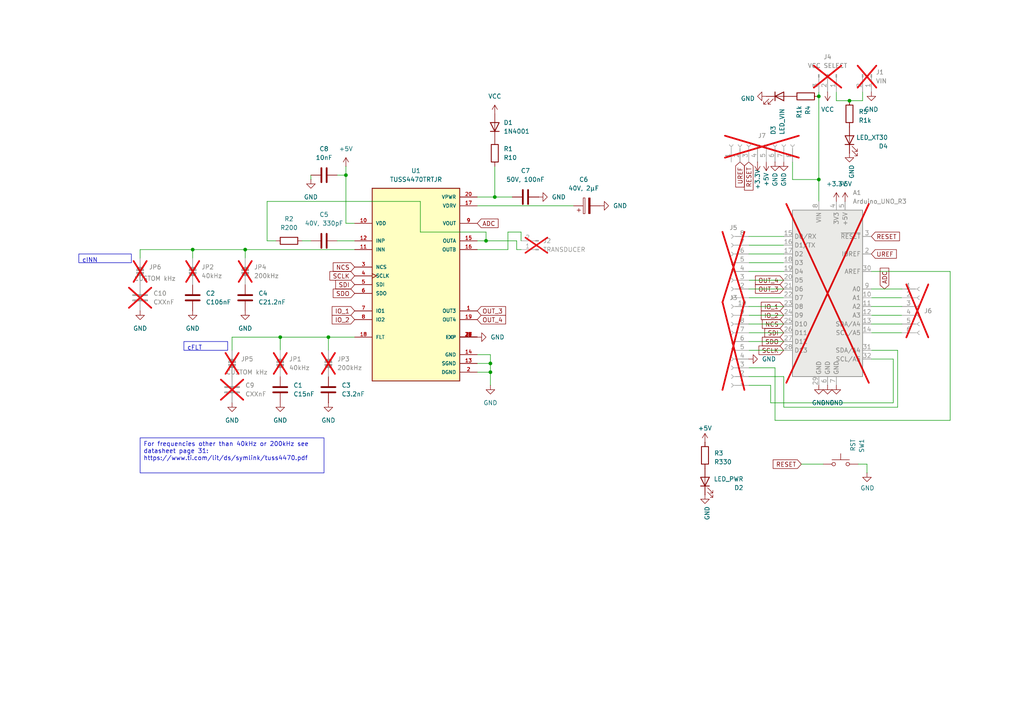
<source format=kicad_sch>
(kicad_sch (version 20231120) (generator "eeschema") (generator_version "8.0")
  (paper "A4")
  (lib_symbols
    (symbol "Connector:Conn_01x02_Pin" (pin_names (offset 1.016) hide)
      (property "Reference" "J" (at 0 2.54 0))
      (property "Value" "Conn_01x02_Pin" (at 0 -5.08 0))
      (symbol "Conn_01x02_Pin_1_1"
        (polyline (pts (xy 1.27 -2.54) (xy 0.8636 -2.54)) (stroke (width 0.1524)))
        (polyline (pts (xy 1.27 0) (xy 0.8636 0)) (stroke (width 0.1524)))
        (rectangle (start 0.8636 -2.413) (end 0 -2.667) (stroke (width 0.1524)) (fill (type outline)))
        (rectangle (start 0.8636 0.127) (end 0 -0.127) (stroke (width 0.1524)) (fill (type outline)))
        (pin passive line (at 5.08 0 180) (length 3.81) (name "Pin_1") (number "1"))
        (pin passive line (at 5.08 -2.54 180) (length 3.81) (name "Pin_2") (number "2"))
      )
    )
    (symbol "Connector:Conn_01x03_Pin" (pin_names (offset 1.016) hide)
      (property "Reference" "J" (at 0 5.08 0))
      (property "Value" "Conn_01x03_Pin" (at 0 -5.08 0))
      (symbol "Conn_01x03_Pin_1_1"
        (polyline (pts (xy 1.27 -2.54) (xy 0.8636 -2.54)) (stroke (width 0.1524)))
        (polyline (pts (xy 1.27 0) (xy 0.8636 0)) (stroke (width 0.1524)))
        (polyline (pts (xy 1.27 2.54) (xy 0.8636 2.54)) (stroke (width 0.1524)))
        (rectangle (start 0.8636 -2.413) (end 0 -2.667) (stroke (width 0.1524)) (fill (type outline)))
        (rectangle (start 0.8636 0.127) (end 0 -0.127) (stroke (width 0.1524)) (fill (type outline)))
        (rectangle (start 0.8636 2.667) (end 0 2.413) (stroke (width 0.1524)) (fill (type outline)))
        (pin passive line (at 5.08 2.54 180) (length 3.81) (name "Pin_1") (number "1"))
        (pin passive line (at 5.08 0 180) (length 3.81) (name "Pin_2") (number "2"))
        (pin passive line (at 5.08 -2.54 180) (length 3.81) (name "Pin_3") (number "3"))
      )
    )
    (symbol "Connector:Conn_01x06_Socket" (pin_names (offset 1.016) hide)
      (property "Reference" "J" (at 0 7.62 0))
      (property "Value" "Conn_01x06_Socket" (at 0 -10.16 0))
      (symbol "Conn_01x06_Socket_1_1"
        (arc (start 0 -7.112) (mid -0.5058 -7.62) (end 0 -8.128) (stroke (width 0.1524)))
        (arc (start 0 -4.572) (mid -0.5058 -5.08) (end 0 -5.588) (stroke (width 0.1524)))
        (arc (start 0 -2.032) (mid -0.5058 -2.54) (end 0 -3.048) (stroke (width 0.1524)))
        (polyline (pts (xy -1.27 -7.62) (xy -0.508 -7.62)) (stroke (width 0.1524)))
        (polyline (pts (xy -1.27 -5.08) (xy -0.508 -5.08)) (stroke (width 0.1524)))
        (polyline (pts (xy -1.27 -2.54) (xy -0.508 -2.54)) (stroke (width 0.1524)))
        (polyline (pts (xy -1.27 0) (xy -0.508 0)) (stroke (width 0.1524)))
        (polyline (pts (xy -1.27 2.54) (xy -0.508 2.54)) (stroke (width 0.1524)))
        (polyline (pts (xy -1.27 5.08) (xy -0.508 5.08)) (stroke (width 0.1524)))
        (arc (start 0 0.508) (mid -0.5058 0) (end 0 -0.508) (stroke (width 0.1524)))
        (arc (start 0 3.048) (mid -0.5058 2.54) (end 0 2.032) (stroke (width 0.1524)))
        (arc (start 0 5.588) (mid -0.5058 5.08) (end 0 4.572) (stroke (width 0.1524)))
        (pin passive line (at -5.08 5.08 0) (length 3.81) (name "Pin_1") (number "1"))
        (pin passive line (at -5.08 2.54 0) (length 3.81) (name "Pin_2") (number "2"))
        (pin passive line (at -5.08 0 0) (length 3.81) (name "Pin_3") (number "3"))
        (pin passive line (at -5.08 -2.54 0) (length 3.81) (name "Pin_4") (number "4"))
        (pin passive line (at -5.08 -5.08 0) (length 3.81) (name "Pin_5") (number "5"))
        (pin passive line (at -5.08 -7.62 0) (length 3.81) (name "Pin_6") (number "6"))
      )
    )
    (symbol "Connector:Conn_01x08_Socket" (pin_names (offset 1.016) hide)
      (property "Reference" "J" (at 0 10.16 0))
      (property "Value" "Conn_01x08_Socket" (at 0 -12.7 0))
      (symbol "Conn_01x08_Socket_1_1"
        (arc (start 0 -9.652) (mid -0.5058 -10.16) (end 0 -10.668) (stroke (width 0.1524)))
        (arc (start 0 -7.112) (mid -0.5058 -7.62) (end 0 -8.128) (stroke (width 0.1524)))
        (arc (start 0 -4.572) (mid -0.5058 -5.08) (end 0 -5.588) (stroke (width 0.1524)))
        (arc (start 0 -2.032) (mid -0.5058 -2.54) (end 0 -3.048) (stroke (width 0.1524)))
        (polyline (pts (xy -1.27 -10.16) (xy -0.508 -10.16)) (stroke (width 0.1524)))
        (polyline (pts (xy -1.27 -7.62) (xy -0.508 -7.62)) (stroke (width 0.1524)))
        (polyline (pts (xy -1.27 -5.08) (xy -0.508 -5.08)) (stroke (width 0.1524)))
        (polyline (pts (xy -1.27 -2.54) (xy -0.508 -2.54)) (stroke (width 0.1524)))
        (polyline (pts (xy -1.27 0) (xy -0.508 0)) (stroke (width 0.1524)))
        (polyline (pts (xy -1.27 2.54) (xy -0.508 2.54)) (stroke (width 0.1524)))
        (polyline (pts (xy -1.27 5.08) (xy -0.508 5.08)) (stroke (width 0.1524)))
        (polyline (pts (xy -1.27 7.62) (xy -0.508 7.62)) (stroke (width 0.1524)))
        (arc (start 0 0.508) (mid -0.5058 0) (end 0 -0.508) (stroke (width 0.1524)))
        (arc (start 0 3.048) (mid -0.5058 2.54) (end 0 2.032) (stroke (width 0.1524)))
        (arc (start 0 5.588) (mid -0.5058 5.08) (end 0 4.572) (stroke (width 0.1524)))
        (arc (start 0 8.128) (mid -0.5058 7.62) (end 0 7.112) (stroke (width 0.1524)))
        (pin passive line (at -5.08 7.62 0) (length 3.81) (name "Pin_1") (number "1"))
        (pin passive line (at -5.08 5.08 0) (length 3.81) (name "Pin_2") (number "2"))
        (pin passive line (at -5.08 2.54 0) (length 3.81) (name "Pin_3") (number "3"))
        (pin passive line (at -5.08 0 0) (length 3.81) (name "Pin_4") (number "4"))
        (pin passive line (at -5.08 -2.54 0) (length 3.81) (name "Pin_5") (number "5"))
        (pin passive line (at -5.08 -5.08 0) (length 3.81) (name "Pin_6") (number "6"))
        (pin passive line (at -5.08 -7.62 0) (length 3.81) (name "Pin_7") (number "7"))
        (pin passive line (at -5.08 -10.16 0) (length 3.81) (name "Pin_8") (number "8"))
      )
    )
    (symbol "Connector:Conn_01x10_Socket" (pin_names (offset 1.016) hide)
      (property "Reference" "J" (at 0 12.7 0))
      (property "Value" "Conn_01x10_Socket" (at 0 -15.24 0))
      (symbol "Conn_01x10_Socket_1_1"
        (arc (start 0 -12.192) (mid -0.5058 -12.7) (end 0 -13.208) (stroke (width 0.1524)))
        (arc (start 0 -9.652) (mid -0.5058 -10.16) (end 0 -10.668) (stroke (width 0.1524)))
        (arc (start 0 -7.112) (mid -0.5058 -7.62) (end 0 -8.128) (stroke (width 0.1524)))
        (arc (start 0 -4.572) (mid -0.5058 -5.08) (end 0 -5.588) (stroke (width 0.1524)))
        (arc (start 0 -2.032) (mid -0.5058 -2.54) (end 0 -3.048) (stroke (width 0.1524)))
        (polyline (pts (xy -1.27 -12.7) (xy -0.508 -12.7)) (stroke (width 0.1524)))
        (polyline (pts (xy -1.27 -10.16) (xy -0.508 -10.16)) (stroke (width 0.1524)))
        (polyline (pts (xy -1.27 -7.62) (xy -0.508 -7.62)) (stroke (width 0.1524)))
        (polyline (pts (xy -1.27 -5.08) (xy -0.508 -5.08)) (stroke (width 0.1524)))
        (polyline (pts (xy -1.27 -2.54) (xy -0.508 -2.54)) (stroke (width 0.1524)))
        (polyline (pts (xy -1.27 0) (xy -0.508 0)) (stroke (width 0.1524)))
        (polyline (pts (xy -1.27 2.54) (xy -0.508 2.54)) (stroke (width 0.1524)))
        (polyline (pts (xy -1.27 5.08) (xy -0.508 5.08)) (stroke (width 0.1524)))
        (polyline (pts (xy -1.27 7.62) (xy -0.508 7.62)) (stroke (width 0.1524)))
        (polyline (pts (xy -1.27 10.16) (xy -0.508 10.16)) (stroke (width 0.1524)))
        (arc (start 0 0.508) (mid -0.5058 0) (end 0 -0.508) (stroke (width 0.1524)))
        (arc (start 0 3.048) (mid -0.5058 2.54) (end 0 2.032) (stroke (width 0.1524)))
        (arc (start 0 5.588) (mid -0.5058 5.08) (end 0 4.572) (stroke (width 0.1524)))
        (arc (start 0 8.128) (mid -0.5058 7.62) (end 0 7.112) (stroke (width 0.1524)))
        (arc (start 0 10.668) (mid -0.5058 10.16) (end 0 9.652) (stroke (width 0.1524)))
        (pin passive line (at -5.08 10.16 0) (length 3.81) (name "Pin_1") (number "1"))
        (pin passive line (at -5.08 -12.7 0) (length 3.81) (name "Pin_10") (number "10"))
        (pin passive line (at -5.08 7.62 0) (length 3.81) (name "Pin_2") (number "2"))
        (pin passive line (at -5.08 5.08 0) (length 3.81) (name "Pin_3") (number "3"))
        (pin passive line (at -5.08 2.54 0) (length 3.81) (name "Pin_4") (number "4"))
        (pin passive line (at -5.08 0 0) (length 3.81) (name "Pin_5") (number "5"))
        (pin passive line (at -5.08 -2.54 0) (length 3.81) (name "Pin_6") (number "6"))
        (pin passive line (at -5.08 -5.08 0) (length 3.81) (name "Pin_7") (number "7"))
        (pin passive line (at -5.08 -7.62 0) (length 3.81) (name "Pin_8") (number "8"))
        (pin passive line (at -5.08 -10.16 0) (length 3.81) (name "Pin_9") (number "9"))
      )
    )
    (symbol "Device:C" (pin_numbers hide) (pin_names (offset 0.254))
      (property "Reference" "C" (at 0.635 2.54 0))
      (property "Value" "C" (at 0.635 -2.54 0))
      (symbol "C_0_1"
        (polyline (pts (xy -2.032 -0.762) (xy 2.032 -0.762)) (stroke (width 0.508)))
        (polyline (pts (xy -2.032 0.762) (xy 2.032 0.762)) (stroke (width 0.508)))
      )
      (symbol "C_1_1"
        (pin passive line (at 0 3.81 270) (length 2.794) (name "~") (number "1"))
        (pin passive line (at 0 -3.81 90) (length 2.794) (name "~") (number "2"))
      )
    )
    (symbol "Device:C_Polarized" (pin_numbers hide) (pin_names (offset 0.254))
      (property "Reference" "C" (at 0.635 2.54 0))
      (property "Value" "C_Polarized" (at 0.635 -2.54 0))
      (symbol "C_Polarized_0_1"
        (rectangle (start -2.286 0.508) (end 2.286 1.016))
        (polyline (pts (xy -1.778 2.286) (xy -0.762 2.286)))
        (polyline (pts (xy -1.27 2.794) (xy -1.27 1.778)))
        (rectangle (start 2.286 -0.508) (end -2.286 -1.016) (fill (type outline)))
      )
      (symbol "C_Polarized_1_1"
        (pin passive line (at 0 3.81 270) (length 2.794) (name "~") (number "1"))
        (pin passive line (at 0 -3.81 90) (length 2.794) (name "~") (number "2"))
      )
    )
    (symbol "Device:LED" (pin_numbers hide) (pin_names (offset 1.016) hide)
      (property "Reference" "D" (at 0 2.54 0))
      (property "Value" "LED" (at 0 -2.54 0))
      (symbol "LED_0_1"
        (polyline (pts (xy -1.27 -1.27) (xy -1.27 1.27)) (stroke (width 0.254)))
        (polyline (pts (xy -1.27 0) (xy 1.27 0)))
        (polyline (pts (xy 1.27 -1.27) (xy 1.27 1.27) (xy -1.27 0) (xy 1.27 -1.27)) (stroke (width 0.254)))
        (polyline (pts (xy -3.048 -0.762) (xy -4.572 -2.286) (xy -3.81 -2.286) (xy -4.572 -2.286) (xy -4.572 -1.524)))
        (polyline (pts (xy -1.778 -0.762) (xy -3.302 -2.286) (xy -2.54 -2.286) (xy -3.302 -2.286) (xy -3.302 -1.524)))
      )
      (symbol "LED_1_1"
        (pin passive line (at -3.81 0 0) (length 2.54) (name "K") (number "1"))
        (pin passive line (at 3.81 0 180) (length 2.54) (name "A") (number "2"))
      )
    )
    (symbol "Device:R" (pin_numbers hide) (pin_names (offset 0))
      (property "Reference" "R" (at 2.032 0 90))
      (property "Value" "R" (at 0 0 90))
      (symbol "R_0_1"
        (rectangle (start -1.016 -2.54) (end 1.016 2.54) (stroke (width 0.254)))
      )
      (symbol "R_1_1"
        (pin passive line (at 0 3.81 270) (length 1.27) (name "~") (number "1"))
        (pin passive line (at 0 -3.81 90) (length 1.27) (name "~") (number "2"))
      )
    )
    (symbol "Diode:1N4001" (pin_numbers hide) (pin_names hide)
      (property "Reference" "D" (at 0 2.54 0))
      (property "Value" "1N4001" (at 0 -2.54 0))
      (symbol "1N4001_0_1"
        (polyline (pts (xy -1.27 1.27) (xy -1.27 -1.27)) (stroke (width 0.254)))
        (polyline (pts (xy 1.27 0) (xy -1.27 0)))
        (polyline (pts (xy 1.27 1.27) (xy 1.27 -1.27) (xy -1.27 0) (xy 1.27 1.27)) (stroke (width 0.254)))
      )
      (symbol "1N4001_1_1"
        (pin passive line (at -3.81 0 0) (length 2.54) (name "K") (number "1"))
        (pin passive line (at 3.81 0 180) (length 2.54) (name "A") (number "2"))
      )
    )
    (symbol "Jumper:SolderJumper_2_Open" (pin_numbers hide) (pin_names (offset 0) hide) (exclude_from_sim yes) (in_bom no)
      (property "Reference" "JP" (at 0 2.032 0))
      (property "Value" "SolderJumper_2_Open" (at 0 -2.54 0))
      (symbol "SolderJumper_2_Open_0_1"
        (arc (start -0.254 1.016) (mid -1.2656 0) (end -0.254 -1.016))
        (arc (start -0.254 1.016) (mid -1.2656 0) (end -0.254 -1.016) (fill (type outline)))
        (polyline (pts (xy -0.254 1.016) (xy -0.254 -1.016)))
        (polyline (pts (xy 0.254 1.016) (xy 0.254 -1.016)))
        (arc (start 0.254 -1.016) (mid 1.2656 0) (end 0.254 1.016))
        (arc (start 0.254 -1.016) (mid 1.2656 0) (end 0.254 1.016) (fill (type outline)))
      )
      (symbol "SolderJumper_2_Open_1_1"
        (pin passive line (at -3.81 0 0) (length 2.54) (name "A") (number "1"))
        (pin passive line (at 3.81 0 180) (length 2.54) (name "B") (number "2"))
      )
    )
    (symbol "MCU_Module:Arduino_UNO_R3"
      (property "Reference" "A" (at -10.16 23.495 0))
      (property "Value" "Arduino_UNO_R3" (at 5.08 -26.67 0))
      (symbol "Arduino_UNO_R3_0_1"
        (rectangle (start -10.16 22.86) (end 10.16 -25.4) (stroke (width 0.254)) (fill (type background)))
      )
      (symbol "Arduino_UNO_R3_1_1"
        (pin no_connect line (at -10.16 -20.32 0) (length 2.54) hide (name "NC") (number "1"))
        (pin bidirectional line (at 12.7 -2.54 180) (length 2.54) (name "A1") (number "10"))
        (pin bidirectional line (at 12.7 -5.08 180) (length 2.54) (name "A2") (number "11"))
        (pin bidirectional line (at 12.7 -7.62 180) (length 2.54) (name "A3") (number "12"))
        (pin bidirectional line (at 12.7 -10.16 180) (length 2.54) (name "SDA/A4") (number "13"))
        (pin bidirectional line (at 12.7 -12.7 180) (length 2.54) (name "SCL/A5") (number "14"))
        (pin bidirectional line (at -12.7 15.24 0) (length 2.54) (name "D0/RX") (number "15"))
        (pin bidirectional line (at -12.7 12.7 0) (length 2.54) (name "D1/TX") (number "16"))
        (pin bidirectional line (at -12.7 10.16 0) (length 2.54) (name "D2") (number "17"))
        (pin bidirectional line (at -12.7 7.62 0) (length 2.54) (name "D3") (number "18"))
        (pin bidirectional line (at -12.7 5.08 0) (length 2.54) (name "D4") (number "19"))
        (pin output line (at 12.7 10.16 180) (length 2.54) (name "IOREF") (number "2"))
        (pin bidirectional line (at -12.7 2.54 0) (length 2.54) (name "D5") (number "20"))
        (pin bidirectional line (at -12.7 0 0) (length 2.54) (name "D6") (number "21"))
        (pin bidirectional line (at -12.7 -2.54 0) (length 2.54) (name "D7") (number "22"))
        (pin bidirectional line (at -12.7 -5.08 0) (length 2.54) (name "D8") (number "23"))
        (pin bidirectional line (at -12.7 -7.62 0) (length 2.54) (name "D9") (number "24"))
        (pin bidirectional line (at -12.7 -10.16 0) (length 2.54) (name "D10") (number "25"))
        (pin bidirectional line (at -12.7 -12.7 0) (length 2.54) (name "D11") (number "26"))
        (pin bidirectional line (at -12.7 -15.24 0) (length 2.54) (name "D12") (number "27"))
        (pin bidirectional line (at -12.7 -17.78 0) (length 2.54) (name "D13") (number "28"))
        (pin power_in line (at -2.54 -27.94 90) (length 2.54) (name "GND") (number "29"))
        (pin input line (at 12.7 15.24 180) (length 2.54) (name "~{RESET}") (number "3"))
        (pin input line (at 12.7 5.08 180) (length 2.54) (name "AREF") (number "30"))
        (pin bidirectional line (at 12.7 -17.78 180) (length 2.54) (name "SDA/A4") (number "31"))
        (pin bidirectional line (at 12.7 -20.32 180) (length 2.54) (name "SCL/A5") (number "32"))
        (pin power_out line (at 2.54 25.4 270) (length 2.54) (name "3V3") (number "4"))
        (pin power_out line (at 5.08 25.4 270) (length 2.54) (name "+5V") (number "5"))
        (pin power_in line (at 0 -27.94 90) (length 2.54) (name "GND") (number "6"))
        (pin power_in line (at 2.54 -27.94 90) (length 2.54) (name "GND") (number "7"))
        (pin power_in line (at -2.54 25.4 270) (length 2.54) (name "VIN") (number "8"))
        (pin bidirectional line (at 12.7 0 180) (length 2.54) (name "A0") (number "9"))
      )
    )
    (symbol "Switch:SW_Push" (pin_numbers hide) (pin_names (offset 1.016) hide)
      (property "Reference" "SW" (at 1.27 2.54 0))
      (property "Value" "SW_Push" (at 0 -1.524 0))
      (symbol "SW_Push_0_1"
        (circle (center -2.032 0) (radius 0.508))
        (polyline (pts (xy 0 1.27) (xy 0 3.048)))
        (polyline (pts (xy 2.54 1.27) (xy -2.54 1.27)))
        (circle (center 2.032 0) (radius 0.508))
        (pin passive line (at -5.08 0 0) (length 2.54) (name "1") (number "1"))
        (pin passive line (at 5.08 0 180) (length 2.54) (name "2") (number "2"))
      )
    )
    (symbol "TUSS4470TRTJR:TUSS4470TRTJR" (pin_names (offset 1.016))
      (property "Reference" "U" (at -12.7 29.21 0))
      (property "Value" "TUSS4470TRTJR" (at -12.7 -29.21 0))
      (symbol "TUSS4470TRTJR_0_0"
        (rectangle (start -12.7 -27.94) (end 12.7 27.94) (stroke (width 0.254)) (fill (type background)))
        (pin output line (at 17.78 -7.62 180) (length 5.08) (name "OUT3") (number "1"))
        (pin input line (at -17.78 17.78 0) (length 5.08) (name "VDD") (number "10"))
        (pin input line (at -17.78 10.16 0) (length 5.08) (name "INN") (number "11"))
        (pin input line (at -17.78 12.7 0) (length 5.08) (name "INP") (number "12"))
        (pin power_in line (at 17.78 -22.86 180) (length 5.08) (name "SGND") (number "13"))
        (pin power_in line (at 17.78 -20.32 180) (length 5.08) (name "GND") (number "14"))
        (pin output line (at 17.78 12.7 180) (length 5.08) (name "OUTA") (number "15"))
        (pin output line (at 17.78 10.16 180) (length 5.08) (name "OUTB") (number "16"))
        (pin power_in line (at 17.78 22.86 180) (length 5.08) (name "VDRV") (number "17"))
        (pin bidirectional line (at -17.78 -15.24 0) (length 5.08) (name "FLT") (number "18"))
        (pin output line (at 17.78 -10.16 180) (length 5.08) (name "OUT4") (number "19"))
        (pin power_in line (at 17.78 -25.4 180) (length 5.08) (name "DGND") (number "2"))
        (pin power_in line (at 17.78 25.4 180) (length 5.08) (name "VPWR") (number "20"))
        (pin passive line (at 17.78 -15.24 180) (length 5.08) (name "EXP") (number "21"))
        (pin passive line (at 17.78 -15.24 180) (length 5.08) (name "EXP") (number "22"))
        (pin passive line (at 17.78 -15.24 180) (length 5.08) (name "EXP") (number "23"))
        (pin passive line (at 17.78 -15.24 180) (length 5.08) (name "EXP") (number "24"))
        (pin passive line (at 17.78 -15.24 180) (length 5.08) (name "EXP") (number "25"))
        (pin passive line (at 17.78 -15.24 180) (length 5.08) (name "EXP") (number "26"))
        (pin passive line (at 17.78 -15.24 180) (length 5.08) (name "EXP") (number "27"))
        (pin passive line (at 17.78 -15.24 180) (length 5.08) (name "EXP") (number "28"))
        (pin passive line (at 17.78 -15.24 180) (length 5.08) (name "EXP") (number "29"))
        (pin input line (at -17.78 5.08 0) (length 5.08) (name "NCS") (number "3"))
        (pin passive line (at 17.78 -15.24 180) (length 5.08) (name "EXP") (number "30"))
        (pin input clock (at -17.78 2.54 0) (length 5.08) (name "SCLK") (number "4"))
        (pin input line (at -17.78 0 0) (length 5.08) (name "SDI") (number "5"))
        (pin output line (at -17.78 -2.54 0) (length 5.08) (name "SDO") (number "6"))
        (pin bidirectional line (at -17.78 -7.62 0) (length 5.08) (name "IO1") (number "7"))
        (pin bidirectional line (at -17.78 -10.16 0) (length 5.08) (name "IO2") (number "8"))
        (pin output line (at 17.78 17.78 180) (length 5.08) (name "VOUT") (number "9"))
      )
    )
    (symbol "power:+3.3V" (power) (pin_numbers hide) (pin_names (offset 0) hide)
      (property "Value" "+3.3V" (at 0 3.556 0))
      (symbol "+3.3V_0_1"
        (polyline (pts (xy -0.762 1.27) (xy 0 2.54)))
        (polyline (pts (xy 0 0) (xy 0 2.54)))
        (polyline (pts (xy 0 2.54) (xy 0.762 1.27)))
      )
      (symbol "+3.3V_1_1"
        (pin power_in line (at 0 0 90) (length 0) (name "~") (number "1"))
      )
    )
    (symbol "power:+5V" (power) (pin_numbers hide) (pin_names (offset 0) hide)
      (property "Value" "+5V" (at 0 3.556 0))
      (symbol "+5V_0_1"
        (polyline (pts (xy -0.762 1.27) (xy 0 2.54)))
        (polyline (pts (xy 0 0) (xy 0 2.54)))
        (polyline (pts (xy 0 2.54) (xy 0.762 1.27)))
      )
      (symbol "+5V_1_1"
        (pin power_in line (at 0 0 90) (length 0) (name "~") (number "1"))
      )
    )
    (symbol "power:GND" (power) (pin_numbers hide) (pin_names (offset 0) hide)
      (property "Value" "GND" (at 0 -3.81 0))
      (symbol "GND_0_1"
        (polyline (pts (xy 0 0) (xy 0 -1.27) (xy 1.27 -1.27) (xy 0 -2.54) (xy -1.27 -1.27) (xy 0 -1.27)))
      )
      (symbol "GND_1_1"
        (pin power_in line (at 0 0 270) (length 0) (name "~") (number "1"))
      )
    )
    (symbol "power:VCC" (power) (pin_numbers hide) (pin_names (offset 0) hide)
      (property "Value" "VCC" (at 0 3.556 0))
      (symbol "VCC_0_1"
        (polyline (pts (xy -0.762 1.27) (xy 0 2.54)))
        (polyline (pts (xy 0 0) (xy 0 2.54)))
        (polyline (pts (xy 0 2.54) (xy 0.762 1.27)))
      )
      (symbol "VCC_1_1"
        (pin power_in line (at 0 0 90) (length 0) (name "~") (number "1"))
      )
    )
  )
  (junction (at 237.49 27.94))
  (junction (at 95.25 97.79))
  (junction (at 237.49 52.07))
  (junction (at 246.38 29.21))
  (junction (at 142.24 107.95))
  (junction (at 100.33 50.8))
  (junction (at 142.24 105.41))
  (junction (at 55.88 72.39))
  (junction (at 71.12 72.39))
  (junction (at 81.28 97.79))
  (junction (at 143.51 57.15))
  (junction (at 140.97 69.85))
  (wire (pts (xy 100.33 50.8) (xy 100.33 64.77)))
  (wire (pts (xy 149.86 69.85) (xy 149.86 72.39)))
  (wire (pts (xy 102.87 72.39) (xy 71.12 72.39)))
  (wire (pts (xy 246.38 29.21) (xy 250.19 29.21)))
  (wire (pts (xy 224.79 121.92) (xy 224.79 106.68)))
  (wire (pts (xy 97.79 50.8) (xy 100.33 50.8)))
  (wire (pts (xy 275.59 78.74) (xy 275.59 121.92)))
  (wire (pts (xy 121.92 67.31) (xy 140.97 67.31)))
  (wire (pts (xy 223.52 111.76) (xy 217.17 111.76)))
  (wire (pts (xy 143.51 48.26) (xy 143.51 57.15)))
  (wire (pts (xy 217.17 99.06) (xy 227.33 99.06)))
  (wire (pts (xy 242.57 29.21) (xy 242.57 26.67)))
  (wire (pts (xy 55.88 72.39) (xy 55.88 74.93)))
  (wire (pts (xy 143.51 57.15) (xy 148.59 57.15)))
  (wire (pts (xy 259.08 116.84) (xy 223.52 116.84)))
  (wire (pts (xy 252.73 93.98) (xy 261.62 93.98)))
  (wire (pts (xy 87.63 69.85) (xy 90.17 69.85)))
  (wire (pts (xy 81.28 97.79) (xy 95.25 97.79)))
  (wire (pts (xy 138.43 105.41) (xy 142.24 105.41)))
  (wire (pts (xy 217.17 91.44) (xy 227.33 91.44)))
  (wire (pts (xy 217.17 96.52) (xy 227.33 96.52)))
  (wire (pts (xy 71.12 72.39) (xy 71.12 74.93)))
  (wire (pts (xy 229.87 46.99) (xy 229.87 52.07)))
  (wire (pts (xy 217.17 109.22) (xy 227.33 109.22)))
  (wire (pts (xy 252.73 86.36) (xy 261.62 86.36)))
  (wire (pts (xy 223.52 116.84) (xy 223.52 111.76)))
  (wire (pts (xy 149.86 72.39) (xy 151.13 72.39)))
  (wire (pts (xy 147.32 67.31) (xy 147.32 72.39)))
  (wire (pts (xy 151.13 67.31) (xy 147.32 67.31)))
  (wire (pts (xy 217.17 68.58) (xy 227.33 68.58)))
  (wire (pts (xy 252.73 78.74) (xy 275.59 78.74)))
  (wire (pts (xy 217.17 86.36) (xy 227.33 86.36)))
  (wire (pts (xy 90.17 52.07) (xy 90.17 50.8)))
  (wire (pts (xy 227.33 118.11) (xy 260.35 118.11)))
  (wire (pts (xy 67.31 97.79) (xy 81.28 97.79)))
  (wire (pts (xy 237.49 52.07) (xy 237.49 58.42)))
  (wire (pts (xy 250.19 29.21) (xy 250.19 26.67)))
  (wire (pts (xy 97.79 69.85) (xy 102.87 69.85)))
  (wire (pts (xy 275.59 121.92) (xy 224.79 121.92)))
  (wire (pts (xy 166.37 59.69) (xy 138.43 59.69)))
  (wire (pts (xy 237.49 27.94) (xy 237.49 52.07)))
  (wire (pts (xy 77.47 58.42) (xy 121.92 58.42)))
  (wire (pts (xy 252.73 104.14) (xy 259.08 104.14)))
  (wire (pts (xy 138.43 102.87) (xy 142.24 102.87)))
  (wire (pts (xy 140.97 69.85) (xy 149.86 69.85)))
  (wire (pts (xy 77.47 69.85) (xy 80.01 69.85)))
  (wire (pts (xy 217.17 81.28) (xy 227.33 81.28)))
  (wire (pts (xy 224.79 106.68) (xy 217.17 106.68)))
  (wire (pts (xy 260.35 101.6) (xy 260.35 118.11)))
  (wire (pts (xy 138.43 57.15) (xy 143.51 57.15)))
  (wire (pts (xy 252.73 88.9) (xy 261.62 88.9)))
  (wire (pts (xy 217.17 78.74) (xy 227.33 78.74)))
  (wire (pts (xy 40.64 72.39) (xy 40.64 74.93)))
  (wire (pts (xy 55.88 72.39) (xy 40.64 72.39)))
  (wire (pts (xy 217.17 83.82) (xy 227.33 83.82)))
  (wire (pts (xy 100.33 48.26) (xy 100.33 50.8)))
  (wire (pts (xy 237.49 26.67) (xy 237.49 27.94)))
  (wire (pts (xy 217.17 93.98) (xy 227.33 93.98)))
  (wire (pts (xy 142.24 107.95) (xy 142.24 111.76)))
  (wire (pts (xy 217.17 71.12) (xy 227.33 71.12)))
  (wire (pts (xy 217.17 73.66) (xy 227.33 73.66)))
  (wire (pts (xy 142.24 105.41) (xy 142.24 107.95)))
  (wire (pts (xy 140.97 67.31) (xy 140.97 69.85)))
  (wire (pts (xy 217.17 76.2) (xy 227.33 76.2)))
  (wire (pts (xy 71.12 72.39) (xy 55.88 72.39)))
  (wire (pts (xy 81.28 97.79) (xy 81.28 101.6)))
  (wire (pts (xy 151.13 69.85) (xy 151.13 67.31)))
  (wire (pts (xy 217.17 88.9) (xy 227.33 88.9)))
  (wire (pts (xy 67.31 101.6) (xy 67.31 97.79)))
  (wire (pts (xy 227.33 109.22) (xy 227.33 118.11)))
  (wire (pts (xy 138.43 107.95) (xy 142.24 107.95)))
  (wire (pts (xy 100.33 64.77) (xy 102.87 64.77)))
  (wire (pts (xy 232.41 134.62) (xy 238.76 134.62)))
  (wire (pts (xy 142.24 102.87) (xy 142.24 105.41)))
  (wire (pts (xy 229.87 52.07) (xy 237.49 52.07)))
  (wire (pts (xy 242.57 29.21) (xy 246.38 29.21)))
  (wire (pts (xy 95.25 97.79) (xy 102.87 97.79)))
  (wire (pts (xy 95.25 101.6) (xy 95.25 97.79)))
  (wire (pts (xy 259.08 104.14) (xy 259.08 116.84)))
  (wire (pts (xy 252.73 101.6) (xy 260.35 101.6)))
  (wire (pts (xy 138.43 72.39) (xy 147.32 72.39)))
  (wire (pts (xy 217.17 101.6) (xy 227.33 101.6)))
  (wire (pts (xy 252.73 96.52) (xy 261.62 96.52)))
  (wire (pts (xy 252.73 91.44) (xy 261.62 91.44)))
  (wire (pts (xy 251.46 134.62) (xy 251.46 137.16)))
  (wire (pts (xy 77.47 69.85) (xy 77.47 58.42)))
  (wire (pts (xy 138.43 69.85) (xy 140.97 69.85)))
  (wire (pts (xy 252.73 83.82) (xy 261.62 83.82)))
  (wire (pts (xy 248.92 134.62) (xy 251.46 134.62)))
  (wire (pts (xy 121.92 58.42) (xy 121.92 67.31)))
  (text_box "cFLT" (at 53.34 99.06 0) (size 12.7 2.54) (effects (font (size 1.27 1.27)) (justify left top)))
  (text_box "For frequencies other than 40kHz or 200kHz see datasheet page 31:\nhttps://www.ti.com/lit/ds/symlink/tuss4470.pdf" (at 40.64 127 0) (size 53.34 10.16) (effects (font (size 1.27 1.27)) (justify left top)))
  (text_box "cINN" (at 22.86 73.66 0) (size 15.24 2.54) (effects (font (size 1.27 1.27)) (justify left top)))
  (global_label "NCS" (shape input) (at 102.87 77.47 180) (property "Intersheetrefs" "${INTERSHEET_REFS}" (effects (hide yes))))
  (global_label "RESET" (shape input) (at 252.73 68.58 0) (property "Intersheetrefs" "${INTERSHEET_REFS}" (effects (hide yes))))
  (global_label "IO_1" (shape input) (at 227.33 88.9 180) (property "Intersheetrefs" "${INTERSHEET_REFS}" (effects (hide yes))))
  (global_label "SCLK" (shape input) (at 102.87 80.01 180) (property "Intersheetrefs" "${INTERSHEET_REFS}" (effects (hide yes))))
  (global_label "UREF" (shape input) (at 214.63 46.99 270) (property "Intersheetrefs" "${INTERSHEET_REFS}" (effects (hide yes))))
  (global_label "SDO" (shape input) (at 102.87 85.09 180) (property "Intersheetrefs" "${INTERSHEET_REFS}" (effects (hide yes))))
  (global_label "RESET" (shape input) (at 217.17 46.99 270) (property "Intersheetrefs" "${INTERSHEET_REFS}" (effects (hide yes))))
  (global_label "ADC" (shape input) (at 138.43 64.77 0) (property "Intersheetrefs" "${INTERSHEET_REFS}" (effects (hide yes))))
  (global_label "OUT_4" (shape input) (at 138.43 92.71 0) (property "Intersheetrefs" "${INTERSHEET_REFS}" (effects (hide yes))))
  (global_label "OUT_4" (shape input) (at 227.33 81.28 180) (property "Intersheetrefs" "${INTERSHEET_REFS}" (effects (hide yes))))
  (global_label "ADC" (shape input) (at 256.54 83.82 90) (property "Intersheetrefs" "${INTERSHEET_REFS}" (effects (hide yes))))
  (global_label "NCS" (shape input) (at 227.33 93.98 180) (property "Intersheetrefs" "${INTERSHEET_REFS}" (effects (hide yes))))
  (global_label "SDI" (shape input) (at 102.87 82.55 180) (property "Intersheetrefs" "${INTERSHEET_REFS}" (effects (hide yes))))
  (global_label "OUT_3" (shape input) (at 138.43 90.17 0) (property "Intersheetrefs" "${INTERSHEET_REFS}" (effects (hide yes))))
  (global_label "SDO" (shape input) (at 227.33 99.06 180) (property "Intersheetrefs" "${INTERSHEET_REFS}" (effects (hide yes))))
  (global_label "IO_2" (shape input) (at 227.33 91.44 180) (property "Intersheetrefs" "${INTERSHEET_REFS}" (effects (hide yes))))
  (global_label "OUT_3" (shape input) (at 227.33 83.82 180) (property "Intersheetrefs" "${INTERSHEET_REFS}" (effects (hide yes))))
  (global_label "IO_2" (shape input) (at 102.87 92.71 180) (property "Intersheetrefs" "${INTERSHEET_REFS}" (effects (hide yes))))
  (global_label "RESET" (shape input) (at 232.41 134.62 180) (property "Intersheetrefs" "${INTERSHEET_REFS}" (effects (hide yes))))
  (global_label "UREF" (shape input) (at 252.73 73.66 0) (property "Intersheetrefs" "${INTERSHEET_REFS}" (effects (hide yes))))
  (global_label "IO_1" (shape input) (at 102.87 90.17 180) (property "Intersheetrefs" "${INTERSHEET_REFS}" (effects (hide yes))))
  (global_label "SDI" (shape input) (at 227.33 96.52 180) (property "Intersheetrefs" "${INTERSHEET_REFS}" (effects (hide yes))))
  (global_label "SCLK" (shape input) (at 227.33 101.6 180) (property "Intersheetrefs" "${INTERSHEET_REFS}" (effects (hide yes))))
  (symbol (lib_id "Device:C") (at 67.31 113.03 0) (unit 1) (in_bom no) (dnp yes)
    (property "Reference" "C9" (at 71.12 111.7599 0) (effects (justify left)))
    (property "Value" "CXXnF" (at 71.12 114.2999 0) (effects (justify left)))
    (property "Footprint" "Capacitor_SMD:C_0603_1608Metric" (effects (hide yes)))
    (property "Description" "Unpolarized capacitor" (effects (hide yes)))
  )
  (symbol (lib_id "power:+5V") (at 204.47 128.27 0) (unit 1)
    (property "Reference" "#PWR026" (effects (hide yes)))
    (property "Value" "+5V" (at 204.47 124.206 0))
  )
  (symbol (lib_id "power:GND") (at 252.73 26.67 0) (unit 1)
    (property "Reference" "#PWR03" (effects (hide yes)))
    (property "Value" "GND" (at 252.73 31.75 0))
    (property "Description" "Power symbol creates a global label with name \"GND\" , ground" (effects (hide yes)))
  )
  (symbol (lib_id "power:+5V") (at 245.11 58.42 0) (unit 1)
    (property "Reference" "#PWR015" (effects (hide yes)))
    (property "Value" "+5V" (at 245.11 53.34 0))
    (property "Description" "Power symbol creates a global label with name \"+5V\"" (effects (hide yes)))
  )
  (symbol (lib_id "MCU_Module:Arduino_UNO_R3") (at 240.03 83.82 0) (unit 1) (in_bom no) (dnp yes)
    (property "Reference" "A1" (at 247.3041 55.88 0) (effects (justify left)))
    (property "Value" "Arduino_UNO_R3" (at 247.3041 58.42 0) (effects (justify left)))
    (property "Footprint" "Module:Arduino_UNO_R3" (effects (hide yes)))
    (property "Datasheet" "https://www.arduino.cc/en/Main/arduinoBoardUno" (effects (hide yes)))
    (property "Description" "Arduino UNO Microcontroller Module, release 3" (effects (hide yes)))
  )
  (symbol (lib_id "power:GND") (at 246.38 44.45 0) (unit 1)
    (property "Reference" "#PWR032" (effects (hide yes)))
    (property "Value" "GND" (at 247.015 47.752 90) (effects (justify right)))
  )
  (symbol (lib_id "Connector:Conn_01x02_Pin") (at 156.21 72.39 180) (unit 1) (exclude_from_sim yes) (in_bom no) (dnp yes)
    (property "Reference" "J2" (at 157.48 69.8499 0) (effects (justify right)))
    (property "Value" "TRANSDUCER" (at 157.48 72.3899 0) (effects (justify right)))
    (property "Footprint" "TerminalBlock_4Ucon:TerminalBlock_4Ucon_1x02_P3.50mm_Horizontal" (effects (hide yes)))
    (property "Description" "Generic connector, single row, 01x02, script generated" (effects (hide yes)))
  )
  (symbol (lib_id "power:+5V") (at 100.33 48.26 0) (unit 1)
    (property "Reference" "#PWR016" (effects (hide yes)))
    (property "Value" "+5V" (at 100.33 43.18 0))
    (property "Description" "Power symbol creates a global label with name \"+5V\"" (effects (hide yes)))
  )
  (symbol (lib_id "power:GND") (at 95.25 116.84 0) (unit 1)
    (property "Reference" "#PWR09" (effects (hide yes)))
    (property "Value" "GND" (at 95.25 121.92 0))
    (property "Description" "Power symbol creates a global label with name \"GND\" , ground" (effects (hide yes)))
  )
  (symbol (lib_id "Connector:Conn_01x08_Socket") (at 212.09 78.74 180) (unit 1) (in_bom no) (dnp yes)
    (property "Reference" "J5" (at 212.725 66.04 0))
    (property "Value" "Conn_01x08_Socket" (effects (hide yes)))
    (property "Footprint" "Connector_PinHeader_2.54mm:PinHeader_1x08_P2.54mm_Vertical" (effects (hide yes)))
    (property "Description" "Generic connector, single row, 01x08, script generated" (effects (hide yes)))
  )
  (symbol (lib_id "power:GND") (at 204.47 143.51 0) (unit 1)
    (property "Reference" "#PWR027" (effects (hide yes)))
    (property "Value" "GND" (at 205.105 146.812 90) (effects (justify right)))
  )
  (symbol (lib_id "power:GND") (at 67.31 116.84 0) (unit 1)
    (property "Reference" "#PWR017" (effects (hide yes)))
    (property "Value" "GND" (at 67.31 121.92 0))
    (property "Description" "Power symbol creates a global label with name \"GND\" , ground" (effects (hide yes)))
  )
  (symbol (lib_id "Device:C") (at 93.98 69.85 90) (unit 1)
    (property "Reference" "C5" (at 93.98 62.23 90))
    (property "Value" "40V, 330pF" (at 93.98 64.77 90))
    (property "Footprint" "Capacitor_SMD:C_0603_1608Metric" (effects (hide yes)))
    (property "Description" "Unpolarized capacitor" (effects (hide yes)))
    (property "LCSC" "C1664" (effects (hide yes)))
  )
  (symbol (lib_id "power:GND") (at 90.17 52.07 0) (unit 1)
    (property "Reference" "#PWR014" (effects (hide yes)))
    (property "Value" "GND" (at 90.17 57.15 0))
    (property "Description" "Power symbol creates a global label with name \"GND\" , ground" (effects (hide yes)))
  )
  (symbol (lib_id "power:GND") (at 138.43 97.79 90) (unit 1)
    (property "Reference" "#PWR019" (effects (hide yes)))
    (property "Value" "GND" (at 142.24 97.7899 90) (effects (justify right)))
    (property "Description" "Power symbol creates a global label with name \"GND\" , ground" (effects (hide yes)))
  )
  (symbol (lib_id "power:GND") (at 237.49 111.76 0) (unit 1)
    (property "Reference" "#PWR06" (effects (hide yes)))
    (property "Value" "GND" (at 237.49 116.84 0))
    (property "Description" "Power symbol creates a global label with name \"GND\" , ground" (effects (hide yes)))
  )
  (symbol (lib_id "power:GND") (at 251.46 137.16 0) (unit 1)
    (property "Reference" "#PWR030" (effects (hide yes)))
    (property "Value" "GND" (at 251.587 141.5542 0))
  )
  (symbol (lib_id "power:+3.3V") (at 242.57 58.42 0) (unit 1)
    (property "Reference" "#PWR022" (effects (hide yes)))
    (property "Value" "+3.3V" (at 242.57 53.34 0))
    (property "Description" "Power symbol creates a global label with name \"+3.3V\"" (effects (hide yes)))
  )
  (symbol (lib_id "Device:C") (at 55.88 86.36 0) (unit 1)
    (property "Reference" "C2" (at 59.69 85.0899 0) (effects (justify left)))
    (property "Value" "C106nF" (at 59.69 87.6299 0) (effects (justify left)))
    (property "Footprint" "Capacitor_SMD:C_0603_1608Metric" (effects (hide yes)))
    (property "Description" "Unpolarized capacitor" (effects (hide yes)))
    (property "LCSC" "C14663" (effects (hide yes)))
  )
  (symbol (lib_id "Device:R") (at 83.82 69.85 270) (unit 1)
    (property "Reference" "R2" (at 83.82 63.5 90))
    (property "Value" "R200" (at 83.82 66.04 90))
    (property "Footprint" "Resistor_SMD:R_1206_3216Metric" (effects (hide yes)))
    (property "Description" "Resistor" (effects (hide yes)))
    (property "LCSC" "C18002" (effects (hide yes)))
  )
  (symbol (lib_id "Device:LED") (at 204.47 139.7 90) (unit 1)
    (property "Reference" "D2" (at 215.646 141.478 90) (effects (justify left)))
    (property "Value" "LED_PWR" (at 215.646 138.938 90) (effects (justify left)))
    (property "Footprint" "LED_SMD:LED_0805_2012Metric" (effects (hide yes)))
    (property "LCSC" "C84256" (effects (hide yes)))
  )
  (symbol (lib_id "Jumper:SolderJumper_2_Open") (at 55.88 78.74 90) (unit 1) (exclude_from_sim yes) (in_bom no) (dnp yes)
    (property "Reference" "JP2" (at 58.42 77.4699 90) (effects (justify right)))
    (property "Value" "40kHz" (at 58.42 80.0099 90) (effects (justify right)))
    (property "Footprint" "Connector_PinHeader_2.54mm:PinHeader_1x02_P2.54mm_Vertical" (effects (hide yes)))
    (property "Description" "Solder Jumper, 2-pole, open" (effects (hide yes)))
  )
  (symbol (lib_id "Device:C") (at 40.64 86.36 0) (unit 1) (in_bom no) (dnp yes)
    (property "Reference" "C10" (at 44.45 85.0899 0) (effects (justify left)))
    (property "Value" "CXXnF" (at 44.45 87.6299 0) (effects (justify left)))
    (property "Footprint" "Capacitor_SMD:C_0603_1608Metric" (effects (hide yes)))
    (property "Description" "Unpolarized capacitor" (effects (hide yes)))
  )
  (symbol (lib_id "power:GND") (at 217.17 104.14 90) (unit 1)
    (property "Reference" "#PWR020" (effects (hide yes)))
    (property "Value" "GND" (at 220.98 104.1399 90) (effects (justify right)))
    (property "Description" "Power symbol creates a global label with name \"GND\" , ground" (effects (hide yes)))
  )
  (symbol (lib_id "power:VCC") (at 240.03 26.67 180) (unit 1)
    (property "Reference" "#PWR02" (effects (hide yes)))
    (property "Value" "VCC" (at 240.03 31.75 0))
    (property "Description" "Power symbol creates a global label with name \"VCC\"" (effects (hide yes)))
  )
  (symbol (lib_id "power:+5V") (at 222.25 46.99 180) (unit 1)
    (property "Reference" "#PWR021" (effects (hide yes)))
    (property "Value" "+5V" (at 222.25 52.07 90))
    (property "Description" "Power symbol creates a global label with name \"+5V\"" (effects (hide yes)))
  )
  (symbol (lib_id "Connector:Conn_01x02_Pin") (at 252.73 21.59 270) (unit 1) (in_bom no) (dnp yes)
    (property "Reference" "J1" (at 254 20.9549 90) (effects (justify left)))
    (property "Value" "VIN" (at 254 23.4949 90) (effects (justify left)))
    (property "Footprint" "Connector_AMASS:AMASS_XT30PW-M_1x02_P2.50mm_Horizontal" (effects (hide yes)))
    (property "Description" "Generic connector, single row, 01x02, script generated" (effects (hide yes)))
  )
  (symbol (lib_id "Device:C") (at 152.4 57.15 90) (unit 1)
    (property "Reference" "C7" (at 152.4 49.53 90))
    (property "Value" "50V, 100nF" (at 152.4 52.07 90))
    (property "Footprint" "Capacitor_SMD:C_0603_1608Metric" (effects (hide yes)))
    (property "Description" "Unpolarized capacitor" (effects (hide yes)))
    (property "LCSC" "C14663" (effects (hide yes)))
  )
  (symbol (lib_id "Connector:Conn_01x08_Socket") (at 219.71 41.91 90) (unit 1) (in_bom no) (dnp yes)
    (property "Reference" "J7" (at 220.98 39.37 90))
    (property "Value" "Conn_01x08_Socket" (effects (hide yes)))
    (property "Footprint" "Connector_PinHeader_2.54mm:PinHeader_1x08_P2.54mm_Vertical" (effects (hide yes)))
    (property "Description" "Generic connector, single row, 01x08, script generated" (effects (hide yes)))
  )
  (symbol (lib_id "Device:C") (at 81.28 113.03 0) (unit 1)
    (property "Reference" "C1" (at 85.09 111.7599 0) (effects (justify left)))
    (property "Value" "C15nF" (at 85.09 114.2999 0) (effects (justify left)))
    (property "Footprint" "Capacitor_SMD:C_0603_1608Metric" (effects (hide yes)))
    (property "Description" "Unpolarized capacitor" (effects (hide yes)))
    (property "LCSC" "C1596" (effects (hide yes)))
  )
  (symbol (lib_id "power:VCC") (at 143.51 33.02 0) (unit 1)
    (property "Reference" "#PWR013" (effects (hide yes)))
    (property "Value" "VCC" (at 143.51 27.94 0))
    (property "Description" "Power symbol creates a global label with name \"VCC\"" (effects (hide yes)))
  )
  (symbol (lib_id "Jumper:SolderJumper_2_Open") (at 71.12 78.74 90) (unit 1) (exclude_from_sim yes) (in_bom no) (dnp yes)
    (property "Reference" "JP4" (at 73.66 77.4699 90) (effects (justify right)))
    (property "Value" "200kHz" (at 73.66 80.0099 90) (effects (justify right)))
    (property "Footprint" "Connector_PinHeader_2.54mm:PinHeader_1x02_P2.54mm_Vertical" (effects (hide yes)))
    (property "Description" "Solder Jumper, 2-pole, open" (effects (hide yes)))
  )
  (symbol (lib_id "Device:C") (at 93.98 50.8 90) (unit 1)
    (property "Reference" "C8" (at 93.98 43.18 90))
    (property "Value" "10nF" (at 93.98 45.72 90))
    (property "Footprint" "Capacitor_SMD:C_0603_1608Metric" (effects (hide yes)))
    (property "Description" "Unpolarized capacitor" (effects (hide yes)))
    (property "LCSC" "C57112" (effects (hide yes)))
  )
  (symbol (lib_id "Jumper:SolderJumper_2_Open") (at 67.31 105.41 90) (unit 1) (exclude_from_sim yes) (in_bom no) (dnp yes)
    (property "Reference" "JP5" (at 69.85 104.1399 90) (effects (justify right)))
    (property "Value" "CUSTOM kHz" (at 65.532 107.95 90) (effects (justify right)))
    (property "Footprint" "Connector_PinHeader_2.54mm:PinHeader_1x02_P2.54mm_Vertical" (effects (hide yes)))
    (property "Description" "Solder Jumper, 2-pole, open" (effects (hide yes)))
  )
  (symbol (lib_id "Diode:1N4001") (at 143.51 36.83 90) (unit 1)
    (property "Reference" "D1" (at 146.05 35.5599 90) (effects (justify right)))
    (property "Value" "1N4001" (at 146.05 38.0999 90) (effects (justify right)))
    (property "Footprint" "Diode_SMD:D_SMA" (effects (hide yes)))
    (property "Datasheet" "http://www.vishay.com/docs/88503/1n4001.pdf" (effects (hide yes)))
    (property "Description" "50V 1A General Purpose Rectifier Diode, DO-41" (effects (hide yes)))
    (property "Sim.Device" "D" (effects (hide yes)))
    (property "Sim.Pins" "1=K 2=A" (effects (hide yes)))
    (property "LCSC" "C727079" (effects (hide yes)))
  )
  (symbol (lib_id "power:GND") (at 81.28 116.84 0) (unit 1)
    (property "Reference" "#PWR07" (effects (hide yes)))
    (property "Value" "GND" (at 81.28 121.92 0))
    (property "Description" "Power symbol creates a global label with name \"GND\" , ground" (effects (hide yes)))
  )
  (symbol (lib_id "power:GND") (at 227.33 46.99 0) (unit 1)
    (property "Reference" "#PWR025" (effects (hide yes)))
    (property "Value" "GND" (at 227.33 52.07 90))
    (property "Description" "Power symbol creates a global label with name \"GND\" , ground" (effects (hide yes)))
  )
  (symbol (lib_id "Device:R") (at 246.38 33.02 180) (unit 1)
    (property "Reference" "R5" (at 249.047 32.385 0) (effects (justify right)))
    (property "Value" "R1k" (at 249.047 34.925 0) (effects (justify right)))
    (property "Footprint" "Resistor_SMD:R_0603_1608Metric" (effects (hide yes)))
    (property "LCSC" "C14676" (effects (hide yes)))
  )
  (symbol (lib_id "power:GND") (at 242.57 111.76 0) (unit 1)
    (property "Reference" "#PWR04" (effects (hide yes)))
    (property "Value" "GND" (at 242.57 116.84 0))
    (property "Description" "Power symbol creates a global label with name \"GND\" , ground" (effects (hide yes)))
  )
  (symbol (lib_id "Device:R") (at 204.47 132.08 180) (unit 1)
    (property "Reference" "R3" (at 207.137 131.445 0) (effects (justify right)))
    (property "Value" "R330" (at 207.137 133.985 0) (effects (justify right)))
    (property "Footprint" "Resistor_SMD:R_0603_1608Metric" (effects (hide yes)))
    (property "LCSC" "C23138" (effects (hide yes)))
  )
  (symbol (lib_id "Device:C") (at 95.25 113.03 0) (unit 1)
    (property "Reference" "C3" (at 99.06 111.7599 0) (effects (justify left)))
    (property "Value" "C3.2nF" (at 99.06 114.2999 0) (effects (justify left)))
    (property "Footprint" "Capacitor_SMD:C_0201_0603Metric" (effects (hide yes)))
    (property "Description" "Unpolarized capacitor" (effects (hide yes)))
    (property "LCSC" "C1613" (effects (hide yes)))
  )
  (symbol (lib_id "Device:C_Polarized") (at 170.18 59.69 90) (unit 1)
    (property "Reference" "C6" (at 169.291 52.07 90))
    (property "Value" "40V, 2µF" (at 169.291 54.61 90))
    (property "Footprint" "Capacitor_SMD:C_1206_3216Metric" (effects (hide yes)))
    (property "Description" "Polarized capacitor" (effects (hide yes)))
    (property "LCSC" "C50254" (effects (hide yes)))
  )
  (symbol (lib_id "Device:R") (at 233.68 27.94 90) (unit 1)
    (property "Reference" "R4" (at 234.315 30.607 0) (effects (justify right)))
    (property "Value" "R1k" (at 231.775 30.607 0) (effects (justify right)))
    (property "Footprint" "Resistor_SMD:R_0603_1608Metric" (effects (hide yes)))
    (property "LCSC" "C14676" (effects (hide yes)))
  )
  (symbol (lib_id "power:GND") (at 40.64 90.17 0) (unit 1)
    (property "Reference" "#PWR018" (effects (hide yes)))
    (property "Value" "GND" (at 40.64 95.25 0))
    (property "Description" "Power symbol creates a global label with name \"GND\" , ground" (effects (hide yes)))
  )
  (symbol (lib_id "Device:LED") (at 246.38 40.64 90) (unit 1)
    (property "Reference" "D4" (at 257.556 42.418 90) (effects (justify left)))
    (property "Value" "LED_XT30" (at 257.556 39.878 90) (effects (justify left)))
    (property "Footprint" "LED_SMD:LED_0805_2012Metric" (effects (hide yes)))
    (property "LCSC" "C84256" (effects (hide yes)))
  )
  (symbol (lib_id "power:GND") (at 156.21 57.15 90) (unit 1)
    (property "Reference" "#PWR011" (effects (hide yes)))
    (property "Value" "GND" (at 160.02 57.1499 90) (effects (justify right)))
    (property "Description" "Power symbol creates a global label with name \"GND\" , ground" (effects (hide yes)))
  )
  (symbol (lib_id "Device:LED") (at 226.06 27.94 0) (unit 1)
    (property "Reference" "D3" (at 224.282 39.116 90) (effects (justify left)))
    (property "Value" "LED_VIN" (at 226.822 39.116 90) (effects (justify left)))
    (property "Footprint" "LED_SMD:LED_0805_2012Metric" (effects (hide yes)))
    (property "LCSC" "C84256" (effects (hide yes)))
  )
  (symbol (lib_id "Connector:Conn_01x10_Socket") (at 212.09 101.6 180) (unit 1) (in_bom no) (dnp yes)
    (property "Reference" "J3" (at 212.725 86.36 0))
    (property "Value" "Conn_01x10_Socket" (effects (hide yes)))
    (property "Footprint" "Connector_PinHeader_2.54mm:PinHeader_1x10_P2.54mm_Vertical" (effects (hide yes)))
    (property "Description" "Generic connector, single row, 01x10, script generated" (effects (hide yes)))
  )
  (symbol (lib_id "TUSS4470TRTJR:TUSS4470TRTJR") (at 120.65 82.55 0) (unit 1)
    (property "Reference" "U1" (at 120.65 49.53 0))
    (property "Value" "TUSS4470TRTJR" (at 120.65 52.07 0))
    (property "Footprint" "Package_DFN_QFN:QFN-20-1EP_4x4mm_P0.5mm_EP2.5x2.5mm_ThermalVias" (effects (hide yes)))
    (property "B_NOM" "0.24" (effects (hide yes)))
    (property "D_MAX" "4.15" (effects (hide yes)))
    (property "PIN_COUNT_D" "5.0" (effects (hide yes)))
    (property "B_MIN" "0.18" (effects (hide yes)))
    (property "Check_prices" "https://www.snapeda.com/parts/TUSS4470TRTJR/Texas+Instruments/view-part/?ref=eda" (effects (hide yes)))
    (property "B_MAX" "0.3" (effects (hide yes)))
    (property "Description_1" "\n                        \n                            Direct drive ultrasonic sensor IC with logarithmic amplifier\n                        \n" (effects (hide yes)))
    (property "Price" "None" (effects (hide yes)))
    (property "ENOM" "0.5" (effects (hide yes)))
    (property "D_NOM" "4.0" (effects (hide yes)))
    (property "L_MAX" "0.5" (effects (hide yes)))
    (property "A_MAX" "0.8" (effects (hide yes)))
    (property "Package" "WQFN-20 Texas Instruments" (effects (hide yes)))
    (property "E2_NOM" "2.67" (effects (hide yes)))
    (property "STANDARD" "IPC 7351B" (effects (hide yes)))
    (property "PARTREV" "December 2019" (effects (hide yes)))
    (property "SnapEDA_Link" "https://www.snapeda.com/parts/TUSS4470TRTJR/Texas+Instruments/view-part/?ref=snap" (effects (hide yes)))
    (property "E_NOM" "4.0" (effects (hide yes)))
    (property "D2_NOM" "2.67" (effects (hide yes)))
    (property "L_NOM" "0.4" (effects (hide yes)))
    (property "MANUFACTURER" "Texas instruments" (effects (hide yes)))
    (property "MF" "Texas Instruments" (effects (hide yes)))
    (property "PIN_COUNT_E" "5.0" (effects (hide yes)))
    (property "E_MIN" "3.85" (effects (hide yes)))
    (property "D_MIN" "3.85" (effects (hide yes)))
    (property "MP" "TUSS4470TRTJR" (effects (hide yes)))
    (property "L_MIN" "0.3" (effects (hide yes)))
    (property "Availability" "In Stock" (effects (hide yes)))
    (property "E_MAX" "4.15" (effects (hide yes)))
    (property "LCSC" "C1855776" (effects (hide yes)))
  )
  (symbol (lib_id "Jumper:SolderJumper_2_Open") (at 40.64 78.74 90) (unit 1) (exclude_from_sim yes) (in_bom no) (dnp yes)
    (property "Reference" "JP6" (at 43.18 77.4699 90) (effects (justify right)))
    (property "Value" "CUSTOM kHz" (at 38.862 80.772 90) (effects (justify right)))
    (property "Footprint" "Connector_PinHeader_2.54mm:PinHeader_1x02_P2.54mm_Vertical" (effects (hide yes)))
    (property "Description" "Solder Jumper, 2-pole, open" (effects (hide yes)))
  )
  (symbol (lib_id "Device:C") (at 71.12 86.36 0) (unit 1)
    (property "Reference" "C4" (at 74.93 85.0899 0) (effects (justify left)))
    (property "Value" "C21.2nF" (at 74.93 87.6299 0) (effects (justify left)))
    (property "Footprint" "Capacitor_SMD:C_0603_1608Metric" (effects (hide yes)))
    (property "Description" "Unpolarized capacitor" (effects (hide yes)))
    (property "LCSC" "C1602" (effects (hide yes)))
  )
  (symbol (lib_id "Jumper:SolderJumper_2_Open") (at 95.25 105.41 90) (unit 1) (exclude_from_sim yes) (in_bom no) (dnp yes)
    (property "Reference" "JP3" (at 97.79 104.1399 90) (effects (justify right)))
    (property "Value" "200kHz" (at 97.79 106.6799 90) (effects (justify right)))
    (property "Footprint" "Connector_PinHeader_2.54mm:PinHeader_1x02_P2.54mm_Vertical" (effects (hide yes)))
    (property "Description" "Solder Jumper, 2-pole, open" (effects (hide yes)))
  )
  (symbol (lib_id "Switch:SW_Push") (at 243.84 134.62 0) (unit 1)
    (property "Reference" "SW1" (at 249.936 127.254 90) (effects (justify right)))
    (property "Value" "RST" (at 247.396 127.254 90) (effects (justify right)))
    (property "Footprint" "Button_Switch_SMD:SW_Push_1P1T_NO_CK_KSC7xxJ" (effects (hide yes)))
    (property "LCSC" "C318884" (effects (hide yes)))
  )
  (symbol (lib_id "Device:R") (at 143.51 44.45 180) (unit 1)
    (property "Reference" "R1" (at 146.05 43.1799 0) (effects (justify right)))
    (property "Value" "R10" (at 146.05 45.7199 0) (effects (justify right)))
    (property "Footprint" "Resistor_SMD:R_1206_3216Metric" (effects (hide yes)))
    (property "Description" "Resistor" (effects (hide yes)))
    (property "LCSC" "C17903" (effects (hide yes)))
  )
  (symbol (lib_id "power:GND") (at 222.25 27.94 270) (unit 1)
    (property "Reference" "#PWR029" (effects (hide yes)))
    (property "Value" "GND" (at 218.948 28.575 90) (effects (justify right)))
  )
  (symbol (lib_id "Connector:Conn_01x06_Socket") (at 266.7 88.9 0) (unit 1) (in_bom no) (dnp yes)
    (property "Reference" "J6" (at 267.97 90.1699 0) (effects (justify left)))
    (property "Value" "Conn_01x06_Socket" (effects (hide yes)))
    (property "Footprint" "Connector_PinHeader_2.54mm:PinHeader_1x06_P2.54mm_Vertical" (effects (hide yes)))
    (property "Description" "Generic connector, single row, 01x06, script generated" (effects (hide yes)))
  )
  (symbol (lib_id "power:GND") (at 173.99 59.69 90) (unit 1)
    (property "Reference" "#PWR012" (effects (hide yes)))
    (property "Value" "GND" (at 177.8 59.6899 90) (effects (justify right)))
    (property "Description" "Power symbol creates a global label with name \"GND\" , ground" (effects (hide yes)))
  )
  (symbol (lib_id "power:GND") (at 142.24 111.76 0) (unit 1)
    (property "Reference" "#PWR01" (effects (hide yes)))
    (property "Value" "GND" (at 142.24 116.84 0))
    (property "Description" "Power symbol creates a global label with name \"GND\" , ground" (effects (hide yes)))
  )
  (symbol (lib_id "power:+3.3V") (at 219.71 46.99 180) (unit 1)
    (property "Reference" "#PWR023" (effects (hide yes)))
    (property "Value" "+3.3V" (at 219.71 52.07 90))
    (property "Description" "Power symbol creates a global label with name \"+3.3V\"" (effects (hide yes)))
  )
  (symbol (lib_id "power:GND") (at 240.03 111.76 0) (unit 1)
    (property "Reference" "#PWR05" (effects (hide yes)))
    (property "Value" "GND" (at 240.03 116.84 0))
    (property "Description" "Power symbol creates a global label with name \"GND\" , ground" (effects (hide yes)))
  )
  (symbol (lib_id "Connector:Conn_01x03_Pin") (at 240.03 21.59 270) (unit 1) (in_bom no) (dnp yes)
    (property "Reference" "J4" (at 240.03 16.51 90))
    (property "Value" "VCC SELECT" (at 240.03 19.05 90))
    (property "Footprint" "Connector_PinHeader_2.54mm:PinHeader_1x03_P2.54mm_Vertical" (effects (hide yes)))
    (property "Description" "Generic connector, single row, 01x03, script generated" (effects (hide yes)))
  )
  (symbol (lib_id "Jumper:SolderJumper_2_Open") (at 81.28 105.41 90) (unit 1) (exclude_from_sim yes) (in_bom no) (dnp yes)
    (property "Reference" "JP1" (at 83.82 104.1399 90) (effects (justify right)))
    (property "Value" "40kHz" (at 83.82 106.6799 90) (effects (justify right)))
    (property "Footprint" "Connector_PinHeader_2.54mm:PinHeader_1x02_P2.54mm_Vertical" (effects (hide yes)))
    (property "Description" "Solder Jumper, 2-pole, open" (effects (hide yes)))
  )
  (symbol (lib_id "power:GND") (at 224.79 46.99 0) (unit 1)
    (property "Reference" "#PWR024" (effects (hide yes)))
    (property "Value" "GND" (at 224.79 52.07 90))
    (property "Description" "Power symbol creates a global label with name \"GND\" , ground" (effects (hide yes)))
  )
  (symbol (lib_id "power:GND") (at 55.88 90.17 0) (unit 1)
    (property "Reference" "#PWR08" (effects (hide yes)))
    (property "Value" "GND" (at 55.88 95.25 0))
    (property "Description" "Power symbol creates a global label with name \"GND\" , ground" (effects (hide yes)))
  )
  (symbol (lib_id "power:GND") (at 71.12 90.17 0) (unit 1)
    (property "Reference" "#PWR010" (effects (hide yes)))
    (property "Value" "GND" (at 71.12 95.25 0))
    (property "Description" "Power symbol creates a global label with name \"GND\" , ground" (effects (hide yes)))
  )
)
</source>
